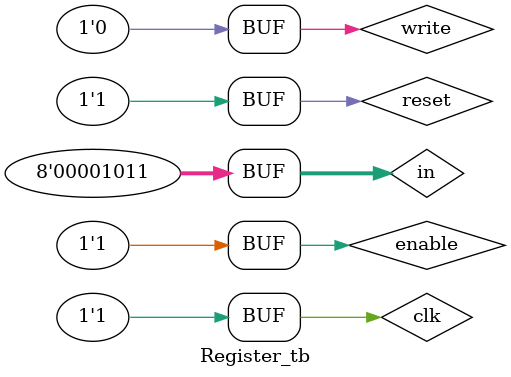
<source format=v>
module Register(
    input clk,
    input reset,
    input enable,
    input write,
    input[7:0] in,
    output wire[7:0] out
);

    reg[7:0] a;

    initial begin
        a = 0;
    end

    assign out = (enable) ? a : 8'bz;

    always @ (posedge reset) begin
        a = 0;
    end

    always @ (posedge clk) begin
        case (write)
            1: a <= in;
            default: ;
        endcase
    end

endmodule



module Register_tb(
);

reg clk,reset, enable, write;
reg [7:0] in;
wire [7:0] out;
Register a(clk,reset, enable, write, in, out);


initial begin
    clk = 0;
    reset = 0;
    enable = 0;
    write = 0;

    $display("clk,\treset,\tenable,\twrite,\tin,\tout"); 
    $monitor("%b,\t%b,\t%b,\t%b,\t%b,\t%b", clk,reset,enable,write,in,out);

    #1  clk=0;
    #2  clk=1;
    #3  clk=0;
    #4  clk=1;enable=1;
    #5  clk=0;
    #6  clk=1;enable=0;
    #7  clk=0;
    #8  clk=1;write=1;in=255;
    #9  clk=0;
    #10  clk=1;write=0;in=11;enable=1;
    #11  reset=1;

end



endmodule

</source>
